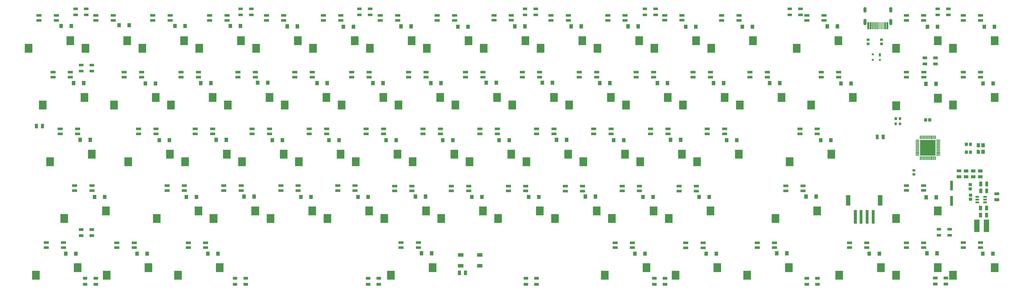
<source format=gbp>
G04 Layer: BottomPasteMaskLayer*
G04 EasyEDA v6.4.7, 2021-02-16T15:30:58+08:00*
G04 8c01864160504501bdac00437da3a378,c90e5f1b40cb41e8ad4f4329b629d2df,10*
G04 Gerber Generator version 0.2*
G04 Scale: 100 percent, Rotated: No, Reflected: No *
G04 Dimensions in millimeters *
G04 leading zeros omitted , absolute positions ,3 integer and 3 decimal *
%FSLAX33Y33*%
%MOMM*%
G90*
D02*

%ADD12C,0.299999*%
%ADD30C,0.999998*%
%ADD52R,1.799996X0.819988*%

%LPD*%
G54D30*
G01X292540Y93026D02*
G01X292540Y93826D01*
G01X292540Y88726D02*
G01X292540Y89826D01*
G01X283899Y88726D02*
G01X283899Y89826D01*
G01X283899Y93026D02*
G01X283899Y93826D01*
G54D12*
G01X302483Y50123D02*
G01X302483Y51123D01*
G01X302982Y50123D02*
G01X302982Y51123D01*
G01X303483Y50123D02*
G01X303483Y51123D01*
G01X303982Y50123D02*
G01X303982Y51123D01*
G01X304483Y50123D02*
G01X304483Y51123D01*
G01X304982Y50123D02*
G01X304982Y51123D01*
G01X305483Y50123D02*
G01X305483Y51123D01*
G01X305982Y50123D02*
G01X305982Y51123D01*
G01X306483Y50123D02*
G01X306483Y51123D01*
G01X306982Y50123D02*
G01X306982Y51123D01*
G01X307483Y50123D02*
G01X307483Y51123D01*
G01X307983Y49623D02*
G01X308983Y49623D01*
G01X307983Y49123D02*
G01X308983Y49123D01*
G01X307983Y48623D02*
G01X308983Y48623D01*
G01X307983Y48123D02*
G01X308983Y48123D01*
G01X307983Y47623D02*
G01X308983Y47623D01*
G01X307983Y47123D02*
G01X308983Y47123D01*
G01X307983Y46623D02*
G01X308983Y46623D01*
G01X307983Y46123D02*
G01X308983Y46123D01*
G01X307983Y45623D02*
G01X308983Y45623D01*
G01X307983Y45123D02*
G01X308983Y45123D01*
G01X307983Y44623D02*
G01X308983Y44623D01*
G01X307483Y43123D02*
G01X307483Y44123D01*
G01X306982Y43123D02*
G01X306982Y44123D01*
G01X306483Y43123D02*
G01X306483Y44123D01*
G01X305982Y43123D02*
G01X305982Y44123D01*
G01X305483Y43123D02*
G01X305483Y44123D01*
G01X304982Y43123D02*
G01X304982Y44123D01*
G01X304483Y43123D02*
G01X304483Y44123D01*
G01X303982Y43123D02*
G01X303982Y44123D01*
G01X303483Y43123D02*
G01X303483Y44123D01*
G01X302982Y43123D02*
G01X302982Y44123D01*
G01X302483Y43123D02*
G01X302483Y44123D01*
G01X300983Y44623D02*
G01X301983Y44623D01*
G01X300983Y45123D02*
G01X301983Y45123D01*
G01X300983Y45623D02*
G01X301983Y45623D01*
G01X300983Y46123D02*
G01X301983Y46123D01*
G01X300983Y46623D02*
G01X301983Y46623D01*
G01X300983Y47123D02*
G01X301983Y47123D01*
G01X300983Y47623D02*
G01X301983Y47623D01*
G01X300983Y48123D02*
G01X301983Y48123D01*
G01X300983Y48623D02*
G01X301983Y48623D01*
G01X300983Y49123D02*
G01X301983Y49123D01*
G01X300983Y49623D02*
G01X301983Y49623D01*
G36*
G01X313384Y32794D02*
G01X312474Y32794D01*
G01X312474Y36054D01*
G01X313384Y36054D01*
G01X313384Y32794D01*
G37*
G36*
G01X313384Y30914D02*
G01X312474Y30914D01*
G01X312474Y27654D01*
G01X313384Y27654D01*
G01X313384Y30914D01*
G37*
G36*
G01X328854Y31155D02*
G01X328854Y32155D01*
G01X327304Y32155D01*
G01X327304Y31155D01*
G01X328854Y31155D01*
G37*
G36*
G01X328854Y29155D02*
G01X328854Y30155D01*
G01X327304Y30155D01*
G01X327304Y29155D01*
G01X328854Y29155D01*
G37*
G36*
G01X290529Y51529D02*
G01X289529Y51529D01*
G01X289529Y49979D01*
G01X290529Y49979D01*
G01X290529Y51529D01*
G37*
G36*
G01X288529Y51529D02*
G01X287529Y51529D01*
G01X287529Y49979D01*
G01X288529Y49979D01*
G01X288529Y51529D01*
G37*
G36*
G01X74087Y91284D02*
G01X75587Y91284D01*
G01X75587Y92185D01*
G01X74087Y92185D01*
G01X74087Y91284D01*
G37*
G36*
G01X77665Y91284D02*
G01X79166Y91284D01*
G01X79166Y92185D01*
G01X77665Y92185D01*
G01X77665Y91284D01*
G37*
G36*
G01X77665Y93316D02*
G01X79166Y93316D01*
G01X79166Y94217D01*
G01X77665Y94217D01*
G01X77665Y93316D01*
G37*
G36*
G01X74087Y93316D02*
G01X75587Y93316D01*
G01X75587Y94217D01*
G01X74087Y94217D01*
G01X74087Y93316D01*
G37*
G36*
G01X113879Y91284D02*
G01X115379Y91284D01*
G01X115379Y92185D01*
G01X113879Y92185D01*
G01X113879Y91284D01*
G37*
G36*
G01X117457Y91284D02*
G01X118957Y91284D01*
G01X118957Y92185D01*
G01X117457Y92185D01*
G01X117457Y91284D01*
G37*
G36*
G01X117457Y93316D02*
G01X118957Y93316D01*
G01X118957Y94217D01*
G01X117457Y94217D01*
G01X117457Y93316D01*
G37*
G36*
G01X113879Y93316D02*
G01X115379Y93316D01*
G01X115379Y94217D01*
G01X113879Y94217D01*
G01X113879Y93316D01*
G37*
G36*
G01X169329Y91284D02*
G01X170829Y91284D01*
G01X170829Y92185D01*
G01X169329Y92185D01*
G01X169329Y91284D01*
G37*
G36*
G01X172907Y91284D02*
G01X174407Y91284D01*
G01X174407Y92185D01*
G01X172907Y92185D01*
G01X172907Y91284D01*
G37*
G36*
G01X172907Y93316D02*
G01X174407Y93316D01*
G01X174407Y94217D01*
G01X172907Y94217D01*
G01X172907Y93316D01*
G37*
G36*
G01X169329Y93316D02*
G01X170829Y93316D01*
G01X170829Y94217D01*
G01X169329Y94217D01*
G01X169329Y93316D01*
G37*
G36*
G01X209469Y91284D02*
G01X210969Y91284D01*
G01X210969Y92185D01*
G01X209469Y92185D01*
G01X209469Y91284D01*
G37*
G36*
G01X213047Y91284D02*
G01X214548Y91284D01*
G01X214548Y92185D01*
G01X213047Y92185D01*
G01X213047Y91284D01*
G37*
G36*
G01X213047Y93316D02*
G01X214548Y93316D01*
G01X214548Y94217D01*
G01X213047Y94217D01*
G01X213047Y93316D01*
G37*
G36*
G01X209469Y93316D02*
G01X210969Y93316D01*
G01X210969Y94217D01*
G01X209469Y94217D01*
G01X209469Y93316D01*
G37*
G36*
G01X257983Y91284D02*
G01X259483Y91284D01*
G01X259483Y92185D01*
G01X257983Y92185D01*
G01X257983Y91284D01*
G37*
G36*
G01X261561Y91284D02*
G01X263062Y91284D01*
G01X263062Y92185D01*
G01X261561Y92185D01*
G01X261561Y91284D01*
G37*
G36*
G01X261561Y93316D02*
G01X263062Y93316D01*
G01X263062Y94217D01*
G01X261561Y94217D01*
G01X261561Y93316D01*
G37*
G36*
G01X257983Y93316D02*
G01X259483Y93316D01*
G01X259483Y94217D01*
G01X257983Y94217D01*
G01X257983Y93316D01*
G37*
G36*
G01X307513Y91284D02*
G01X309013Y91284D01*
G01X309013Y92185D01*
G01X307513Y92185D01*
G01X307513Y91284D01*
G37*
G36*
G01X311091Y91284D02*
G01X312592Y91284D01*
G01X312592Y92185D01*
G01X311091Y92185D01*
G01X311091Y91284D01*
G37*
G36*
G01X311091Y93316D02*
G01X312592Y93316D01*
G01X312592Y94217D01*
G01X311091Y94217D01*
G01X311091Y93316D01*
G37*
G36*
G01X307513Y93316D02*
G01X309013Y93316D01*
G01X309013Y94217D01*
G01X307513Y94217D01*
G01X307513Y93316D01*
G37*
G36*
G01X303229Y74834D02*
G01X304729Y74834D01*
G01X304729Y75734D01*
G01X303229Y75734D01*
G01X303229Y74834D01*
G37*
G36*
G01X306807Y74834D02*
G01X308307Y74834D01*
G01X308307Y75734D01*
G01X306807Y75734D01*
G01X306807Y74834D01*
G37*
G36*
G01X306807Y76866D02*
G01X308307Y76866D01*
G01X308307Y77766D01*
G01X306807Y77766D01*
G01X306807Y76866D01*
G37*
G36*
G01X303229Y76866D02*
G01X304729Y76866D01*
G01X304729Y77766D01*
G01X303229Y77766D01*
G01X303229Y76866D01*
G37*
G36*
G01X307929Y17284D02*
G01X309429Y17284D01*
G01X309429Y18184D01*
G01X307929Y18184D01*
G01X307929Y17284D01*
G37*
G36*
G01X311507Y17284D02*
G01X313007Y17284D01*
G01X313007Y18184D01*
G01X311507Y18184D01*
G01X311507Y17284D01*
G37*
G36*
G01X311507Y19316D02*
G01X313007Y19316D01*
G01X313007Y20216D01*
G01X311507Y20216D01*
G01X311507Y19316D01*
G37*
G36*
G01X307929Y19316D02*
G01X309429Y19316D01*
G01X309429Y20216D01*
G01X307929Y20216D01*
G01X307929Y19316D01*
G37*
G36*
G01X306679Y884D02*
G01X308179Y884D01*
G01X308179Y1784D01*
G01X306679Y1784D01*
G01X306679Y884D01*
G37*
G36*
G01X310257Y884D02*
G01X311757Y884D01*
G01X311757Y1784D01*
G01X310257Y1784D01*
G01X310257Y884D01*
G37*
G36*
G01X310257Y2916D02*
G01X311757Y2916D01*
G01X311757Y3816D01*
G01X310257Y3816D01*
G01X310257Y2916D01*
G37*
G36*
G01X306679Y2916D02*
G01X308179Y2916D01*
G01X308179Y3816D01*
G01X306679Y3816D01*
G01X306679Y2916D01*
G37*
G36*
G01X263698Y834D02*
G01X265198Y834D01*
G01X265198Y1734D01*
G01X263698Y1734D01*
G01X263698Y834D01*
G37*
G36*
G01X267276Y834D02*
G01X268777Y834D01*
G01X268777Y1734D01*
G01X267276Y1734D01*
G01X267276Y834D01*
G37*
G36*
G01X267276Y2866D02*
G01X268777Y2866D01*
G01X268777Y3766D01*
G01X267276Y3766D01*
G01X267276Y2866D01*
G37*
G36*
G01X263698Y2866D02*
G01X265198Y2866D01*
G01X265198Y3766D01*
G01X263698Y3766D01*
G01X263698Y2866D01*
G37*
G36*
G01X212629Y834D02*
G01X214129Y834D01*
G01X214129Y1734D01*
G01X212629Y1734D01*
G01X212629Y834D01*
G37*
G36*
G01X216207Y834D02*
G01X217707Y834D01*
G01X217707Y1734D01*
G01X216207Y1734D01*
G01X216207Y834D01*
G37*
G36*
G01X216207Y2866D02*
G01X217707Y2866D01*
G01X217707Y3766D01*
G01X216207Y3766D01*
G01X216207Y2866D01*
G37*
G36*
G01X212629Y2866D02*
G01X214129Y2866D01*
G01X214129Y3766D01*
G01X212629Y3766D01*
G01X212629Y2866D01*
G37*
G36*
G01X169629Y834D02*
G01X171129Y834D01*
G01X171129Y1734D01*
G01X169629Y1734D01*
G01X169629Y834D01*
G37*
G36*
G01X173207Y834D02*
G01X174707Y834D01*
G01X174707Y1734D01*
G01X173207Y1734D01*
G01X173207Y834D01*
G37*
G36*
G01X173207Y2866D02*
G01X174707Y2866D01*
G01X174707Y3766D01*
G01X173207Y3766D01*
G01X173207Y2866D01*
G37*
G36*
G01X169629Y2866D02*
G01X171129Y2866D01*
G01X171129Y3766D01*
G01X169629Y3766D01*
G01X169629Y2866D01*
G37*
G36*
G01X116779Y834D02*
G01X118279Y834D01*
G01X118279Y1734D01*
G01X116779Y1734D01*
G01X116779Y834D01*
G37*
G36*
G01X120357Y834D02*
G01X121857Y834D01*
G01X121857Y1734D01*
G01X120357Y1734D01*
G01X120357Y834D01*
G37*
G36*
G01X120357Y2866D02*
G01X121857Y2866D01*
G01X121857Y3766D01*
G01X120357Y3766D01*
G01X120357Y2866D01*
G37*
G36*
G01X116779Y2866D02*
G01X118279Y2866D01*
G01X118279Y3766D01*
G01X116779Y3766D01*
G01X116779Y2866D01*
G37*
G36*
G01X72229Y834D02*
G01X73729Y834D01*
G01X73729Y1734D01*
G01X72229Y1734D01*
G01X72229Y834D01*
G37*
G36*
G01X75807Y834D02*
G01X77307Y834D01*
G01X77307Y1734D01*
G01X75807Y1734D01*
G01X75807Y834D01*
G37*
G36*
G01X75807Y2866D02*
G01X77307Y2866D01*
G01X77307Y3766D01*
G01X75807Y3766D01*
G01X75807Y2866D01*
G37*
G36*
G01X72229Y2866D02*
G01X73729Y2866D01*
G01X73729Y3766D01*
G01X72229Y3766D01*
G01X72229Y2866D01*
G37*
G36*
G01X22017Y834D02*
G01X23517Y834D01*
G01X23517Y1734D01*
G01X22017Y1734D01*
G01X22017Y834D01*
G37*
G36*
G01X25595Y834D02*
G01X27096Y834D01*
G01X27096Y1734D01*
G01X25595Y1734D01*
G01X25595Y834D01*
G37*
G36*
G01X25595Y2866D02*
G01X27096Y2866D01*
G01X27096Y3766D01*
G01X25595Y3766D01*
G01X25595Y2866D01*
G37*
G36*
G01X22017Y2866D02*
G01X23517Y2866D01*
G01X23517Y3766D01*
G01X22017Y3766D01*
G01X22017Y2866D01*
G37*
G36*
G01X20679Y17134D02*
G01X22179Y17134D01*
G01X22179Y18034D01*
G01X20679Y18034D01*
G01X20679Y17134D01*
G37*
G36*
G01X24257Y17134D02*
G01X25758Y17134D01*
G01X25758Y18034D01*
G01X24257Y18034D01*
G01X24257Y17134D01*
G37*
G36*
G01X24257Y19166D02*
G01X25758Y19166D01*
G01X25758Y20066D01*
G01X24257Y20066D01*
G01X24257Y19166D01*
G37*
G36*
G01X20679Y19166D02*
G01X22179Y19166D01*
G01X22179Y20066D01*
G01X20679Y20066D01*
G01X20679Y19166D01*
G37*
G36*
G01X20679Y72384D02*
G01X22179Y72384D01*
G01X22179Y73284D01*
G01X20679Y73284D01*
G01X20679Y72384D01*
G37*
G36*
G01X24257Y72384D02*
G01X25757Y72384D01*
G01X25757Y73284D01*
G01X24257Y73284D01*
G01X24257Y72384D01*
G37*
G36*
G01X24257Y74416D02*
G01X25757Y74416D01*
G01X25757Y75316D01*
G01X24257Y75316D01*
G01X24257Y74416D01*
G37*
G36*
G01X20679Y74416D02*
G01X22179Y74416D01*
G01X22179Y75316D01*
G01X20679Y75316D01*
G01X20679Y74416D01*
G37*
G36*
G01X18829Y91284D02*
G01X20329Y91284D01*
G01X20329Y92185D01*
G01X18829Y92185D01*
G01X18829Y91284D01*
G37*
G36*
G01X22407Y91284D02*
G01X23907Y91284D01*
G01X23907Y92185D01*
G01X22407Y92185D01*
G01X22407Y91284D01*
G37*
G36*
G01X22407Y93316D02*
G01X23907Y93316D01*
G01X23907Y94217D01*
G01X22407Y94217D01*
G01X22407Y93316D01*
G37*
G36*
G01X18829Y93316D02*
G01X20329Y93316D01*
G01X20329Y94217D01*
G01X18829Y94217D01*
G01X18829Y93316D01*
G37*
G36*
G01X324054Y47267D02*
G01X324054Y48667D01*
G01X322904Y48667D01*
G01X322904Y47267D01*
G01X324054Y47267D01*
G37*
G36*
G01X322454Y45067D02*
G01X322454Y46105D01*
G01X322075Y46467D01*
G01X321304Y46467D01*
G01X321304Y45067D01*
G01X322454Y45067D01*
G37*
G36*
G01X324054Y45067D02*
G01X324054Y46467D01*
G01X322904Y46467D01*
G01X322904Y45067D01*
G01X324054Y45067D01*
G37*
G36*
G01X322454Y47267D02*
G01X322454Y48667D01*
G01X321304Y48667D01*
G01X321304Y47267D01*
G01X322454Y47267D01*
G37*
G36*
G01X322180Y34180D02*
G01X323180Y34180D01*
G01X323180Y35730D01*
G01X322180Y35730D01*
G01X322180Y34180D01*
G37*
G36*
G01X324180Y34180D02*
G01X325180Y34180D01*
G01X325180Y35730D01*
G01X324180Y35730D01*
G01X324180Y34180D01*
G37*
G36*
G01X322180Y31830D02*
G01X323180Y31830D01*
G01X323180Y33380D01*
G01X322180Y33380D01*
G01X322180Y31830D01*
G37*
G36*
G01X324180Y31830D02*
G01X325180Y31830D01*
G01X325180Y33380D01*
G01X324180Y33380D01*
G01X324180Y31830D01*
G37*
G36*
G01X288579Y78854D02*
G01X288579Y77754D01*
G01X289279Y77754D01*
G01X289279Y78854D01*
G01X288579Y78854D01*
G37*
G36*
G01X288579Y76904D02*
G01X288579Y76304D01*
G01X289279Y76304D01*
G01X289279Y76904D01*
G01X288579Y76904D01*
G37*
G36*
G01X286179Y76904D02*
G01X286179Y76304D01*
G01X286879Y76304D01*
G01X286879Y76904D01*
G01X286179Y76904D01*
G37*
G36*
G01X286179Y78804D02*
G01X286179Y78204D01*
G01X286879Y78204D01*
G01X286879Y78804D01*
G01X286179Y78804D01*
G37*
G36*
G01X284719Y86926D02*
G01X285319Y86926D01*
G01X285319Y89276D01*
G01X284719Y89276D01*
G01X284719Y86926D01*
G37*
G36*
G01X285519Y86926D02*
G01X286119Y86926D01*
G01X286119Y89276D01*
G01X285519Y89276D01*
G01X285519Y86926D01*
G37*
G36*
G01X291119Y86926D02*
G01X291719Y86926D01*
G01X291719Y89276D01*
G01X291119Y89276D01*
G01X291119Y86926D01*
G37*
G36*
G01X290320Y86926D02*
G01X290920Y86926D01*
G01X290920Y89276D01*
G01X290320Y89276D01*
G01X290320Y86926D01*
G37*
G36*
G01X289820Y86926D02*
G01X290120Y86926D01*
G01X290120Y89276D01*
G01X289820Y89276D01*
G01X289820Y86926D01*
G37*
G36*
G01X289319Y86926D02*
G01X289619Y86926D01*
G01X289619Y89276D01*
G01X289319Y89276D01*
G01X289319Y86926D01*
G37*
G36*
G01X288820Y86926D02*
G01X289120Y86926D01*
G01X289120Y89276D01*
G01X288820Y89276D01*
G01X288820Y86926D01*
G37*
G36*
G01X288319Y86926D02*
G01X288619Y86926D01*
G01X288619Y89276D01*
G01X288319Y89276D01*
G01X288319Y86926D01*
G37*
G36*
G01X287820Y86926D02*
G01X288120Y86926D01*
G01X288120Y89276D01*
G01X287820Y89276D01*
G01X287820Y86926D01*
G37*
G36*
G01X287319Y86926D02*
G01X287619Y86926D01*
G01X287619Y89276D01*
G01X287319Y89276D01*
G01X287319Y86926D01*
G37*
G36*
G01X286820Y86926D02*
G01X287120Y86926D01*
G01X287120Y89276D01*
G01X286820Y89276D01*
G01X286820Y86926D01*
G37*
G36*
G01X286319Y86926D02*
G01X286619Y86926D01*
G01X286619Y89276D01*
G01X286319Y89276D01*
G01X286319Y86926D01*
G37*
G36*
G01X289029Y82404D02*
G01X289029Y81604D01*
G01X289929Y81604D01*
G01X289929Y82404D01*
G01X289029Y82404D01*
G37*
G36*
G01X289029Y83804D02*
G01X289029Y83004D01*
G01X289929Y83004D01*
G01X289929Y83804D01*
G01X289029Y83804D01*
G37*
G36*
G01X285429Y83004D02*
G01X285429Y83804D01*
G01X284529Y83804D01*
G01X284529Y83004D01*
G01X285429Y83004D01*
G37*
G36*
G01X285429Y81604D02*
G01X285429Y82404D01*
G01X284529Y82404D01*
G01X284529Y81604D01*
G01X285429Y81604D01*
G37*
G36*
G01X154029Y6854D02*
G01X155829Y6854D01*
G01X155829Y8054D01*
G01X154029Y8054D01*
G01X154029Y6854D01*
G37*
G36*
G01X154029Y10554D02*
G01X155829Y10554D01*
G01X155829Y11754D01*
G01X154029Y11754D01*
G01X154029Y10554D01*
G37*
G36*
G01X147629Y6854D02*
G01X149429Y6854D01*
G01X149429Y8054D01*
G01X147629Y8054D01*
G01X147629Y6854D01*
G37*
G36*
G01X147629Y10554D02*
G01X149429Y10554D01*
G01X149429Y11754D01*
G01X147629Y11754D01*
G01X147629Y10554D01*
G37*
G36*
G01X302382Y49723D02*
G01X302382Y44523D01*
G01X307582Y44523D01*
G01X307582Y49723D01*
G01X302382Y49723D01*
G37*
G36*
G01X299879Y38554D02*
G01X299879Y37754D01*
G01X300779Y37754D01*
G01X300779Y38554D01*
G01X299879Y38554D01*
G37*
G36*
G01X299879Y39954D02*
G01X299879Y39154D01*
G01X300779Y39154D01*
G01X300779Y39954D01*
G01X299879Y39954D01*
G37*
G36*
G01X322140Y28483D02*
G01X322140Y29047D01*
G01X320928Y29047D01*
G01X320928Y28483D01*
G01X322140Y28483D01*
G37*
G36*
G01X322140Y29423D02*
G01X322140Y29987D01*
G01X320928Y29987D01*
G01X320928Y29423D01*
G01X322140Y29423D01*
G37*
G36*
G01X322140Y30363D02*
G01X322140Y30926D01*
G01X320928Y30926D01*
G01X320928Y30363D01*
G01X322140Y30363D01*
G37*
G36*
G01X324731Y30363D02*
G01X324731Y30926D01*
G01X323519Y30926D01*
G01X323519Y30363D01*
G01X324731Y30363D01*
G37*
G36*
G01X324731Y28483D02*
G01X324731Y29047D01*
G01X323519Y29047D01*
G01X323519Y28483D01*
G01X324731Y28483D01*
G37*
G36*
G01X323519Y29987D02*
G01X323519Y29423D01*
G01X324731Y29423D01*
G01X324731Y29987D01*
G01X323519Y29987D01*
G37*
G36*
G01X295249Y56450D02*
G01X296049Y56450D01*
G01X296049Y57351D01*
G01X295249Y57351D01*
G01X295249Y56450D01*
G37*
G36*
G01X293849Y56450D02*
G01X294649Y56450D01*
G01X294649Y57351D01*
G01X293849Y57351D01*
G01X293849Y56450D01*
G37*
G36*
G01X295229Y54704D02*
G01X296029Y54704D01*
G01X296029Y55604D01*
G01X295229Y55604D01*
G01X295229Y54704D01*
G37*
G36*
G01X293829Y54704D02*
G01X294629Y54704D01*
G01X294629Y55604D01*
G01X293829Y55604D01*
G01X293829Y54704D01*
G37*
G36*
G01X319779Y29304D02*
G01X319779Y30304D01*
G01X318679Y30304D01*
G01X318679Y29304D01*
G01X319779Y29304D01*
G37*
G36*
G01X319779Y30704D02*
G01X319779Y31704D01*
G01X318679Y31704D01*
G01X318679Y30704D01*
G01X319779Y30704D01*
G37*
G36*
G01X317372Y45048D02*
G01X318372Y45048D01*
G01X318372Y46148D01*
G01X317372Y46148D01*
G01X317372Y45048D01*
G37*
G36*
G01X318772Y45048D02*
G01X319772Y45048D01*
G01X319772Y46148D01*
G01X318772Y46148D01*
G01X318772Y45048D01*
G37*
G36*
G01X317372Y47715D02*
G01X318372Y47715D01*
G01X318372Y48815D01*
G01X317372Y48815D01*
G01X317372Y47715D01*
G37*
G36*
G01X318772Y47715D02*
G01X319772Y47715D01*
G01X319772Y48815D01*
G01X318772Y48815D01*
G01X318772Y47715D01*
G37*
G36*
G01X7979Y53629D02*
G01X8979Y53629D01*
G01X8979Y55179D01*
G01X7979Y55179D01*
G01X7979Y53629D01*
G37*
G36*
G01X5979Y53629D02*
G01X6979Y53629D01*
G01X6979Y55179D01*
G01X5979Y55179D01*
G01X5979Y53629D01*
G37*
G36*
G01X149629Y4329D02*
G01X150629Y4329D01*
G01X150629Y5879D01*
G01X149629Y5879D01*
G01X149629Y4329D01*
G37*
G36*
G01X147629Y4329D02*
G01X148629Y4329D01*
G01X148629Y5879D01*
G01X147629Y5879D01*
G01X147629Y4329D01*
G37*
G36*
G01X325129Y25279D02*
G01X324129Y25279D01*
G01X324129Y23729D01*
G01X325129Y23729D01*
G01X325129Y25279D01*
G37*
G36*
G01X323129Y25279D02*
G01X322129Y25279D01*
G01X322129Y23729D01*
G01X323129Y23729D01*
G01X323129Y25279D01*
G37*
G36*
G01X325129Y27629D02*
G01X324129Y27629D01*
G01X324129Y26079D01*
G01X325129Y26079D01*
G01X325129Y27629D01*
G37*
G36*
G01X323129Y27629D02*
G01X322129Y27629D01*
G01X322129Y26079D01*
G01X323129Y26079D01*
G01X323129Y27629D01*
G37*
G36*
G01X323304Y36854D02*
G01X323304Y37854D01*
G01X321754Y37854D01*
G01X321754Y36854D01*
G01X323304Y36854D01*
G37*
G36*
G01X323304Y38854D02*
G01X323304Y39854D01*
G01X321754Y39854D01*
G01X321754Y38854D01*
G01X323304Y38854D01*
G37*
G36*
G01X320954Y36854D02*
G01X320954Y37854D01*
G01X319404Y37854D01*
G01X319404Y36854D01*
G01X320954Y36854D01*
G37*
G36*
G01X320954Y38854D02*
G01X320954Y39854D01*
G01X319404Y39854D01*
G01X319404Y38854D01*
G01X320954Y38854D01*
G37*
G36*
G01X318554Y36854D02*
G01X318554Y37854D01*
G01X317004Y37854D01*
G01X317004Y36854D01*
G01X318554Y36854D01*
G37*
G36*
G01X318554Y38854D02*
G01X318554Y39854D01*
G01X317004Y39854D01*
G01X317004Y38854D01*
G01X318554Y38854D01*
G37*
G36*
G01X316172Y36859D02*
G01X316172Y37859D01*
G01X314622Y37859D01*
G01X314622Y36859D01*
G01X316172Y36859D01*
G37*
G36*
G01X316172Y38859D02*
G01X316172Y39859D01*
G01X314622Y39859D01*
G01X314622Y38859D01*
G01X316172Y38859D01*
G37*
G36*
G01X319757Y32840D02*
G01X319757Y33840D01*
G01X318657Y33840D01*
G01X318657Y32840D01*
G01X319757Y32840D01*
G37*
G36*
G01X319757Y34240D02*
G01X319757Y35240D01*
G01X318657Y35240D01*
G01X318657Y34240D01*
G01X319757Y34240D01*
G37*
G36*
G01X15664Y10862D02*
G01X16863Y10862D01*
G01X16863Y12262D01*
G01X15664Y12262D01*
G01X15664Y10862D01*
G37*
G36*
G01X19063Y10862D02*
G01X20263Y10862D01*
G01X20263Y12262D01*
G01X19063Y12262D01*
G01X19063Y10862D01*
G37*
G36*
G01X39540Y10862D02*
G01X40739Y10862D01*
G01X40739Y12262D01*
G01X39540Y12262D01*
G01X39540Y10862D01*
G37*
G36*
G01X42939Y10862D02*
G01X44139Y10862D01*
G01X44139Y12262D01*
G01X42939Y12262D01*
G01X42939Y10862D01*
G37*
G36*
G01X63289Y10862D02*
G01X64488Y10862D01*
G01X64488Y12262D01*
G01X63289Y12262D01*
G01X63289Y10862D01*
G37*
G36*
G01X66688Y10862D02*
G01X67888Y10862D01*
G01X67888Y12262D01*
G01X66688Y12262D01*
G01X66688Y10862D01*
G37*
G36*
G01X134790Y10989D02*
G01X135989Y10989D01*
G01X135989Y12389D01*
G01X134790Y12389D01*
G01X134790Y10989D01*
G37*
G36*
G01X138189Y10989D02*
G01X139389Y10989D01*
G01X139389Y12389D01*
G01X138189Y12389D01*
G01X138189Y10989D01*
G37*
G36*
G01X206291Y10862D02*
G01X207490Y10862D01*
G01X207490Y12262D01*
G01X206291Y12262D01*
G01X206291Y10862D01*
G37*
G36*
G01X209690Y10862D02*
G01X210890Y10862D01*
G01X210890Y12262D01*
G01X209690Y12262D01*
G01X209690Y10862D01*
G37*
G36*
G01X230167Y10862D02*
G01X231366Y10862D01*
G01X231366Y12262D01*
G01X230167Y12262D01*
G01X230167Y10862D01*
G37*
G36*
G01X233566Y10862D02*
G01X234766Y10862D01*
G01X234766Y12262D01*
G01X233566Y12262D01*
G01X233566Y10862D01*
G37*
G36*
G01X253789Y10989D02*
G01X254988Y10989D01*
G01X254988Y12389D01*
G01X253789Y12389D01*
G01X253789Y10989D01*
G37*
G36*
G01X257188Y10989D02*
G01X258388Y10989D01*
G01X258388Y12389D01*
G01X257188Y12389D01*
G01X257188Y10989D01*
G37*
G36*
G01X284777Y10862D02*
G01X285976Y10862D01*
G01X285976Y12262D01*
G01X284777Y12262D01*
G01X284777Y10862D01*
G37*
G36*
G01X288176Y10862D02*
G01X289376Y10862D01*
G01X289376Y12262D01*
G01X288176Y12262D01*
G01X288176Y10862D01*
G37*
G36*
G01X304081Y10989D02*
G01X305280Y10989D01*
G01X305280Y12389D01*
G01X304081Y12389D01*
G01X304081Y10989D01*
G37*
G36*
G01X307480Y10989D02*
G01X308680Y10989D01*
G01X308680Y12389D01*
G01X307480Y12389D01*
G01X307480Y10989D01*
G37*
G36*
G01X322750Y10862D02*
G01X323949Y10862D01*
G01X323949Y12262D01*
G01X322750Y12262D01*
G01X322750Y10862D01*
G37*
G36*
G01X326149Y10862D02*
G01X327349Y10862D01*
G01X327349Y12262D01*
G01X326149Y12262D01*
G01X326149Y10862D01*
G37*
G36*
G01X25316Y29912D02*
G01X26515Y29912D01*
G01X26515Y31312D01*
G01X25316Y31312D01*
G01X25316Y29912D01*
G37*
G36*
G01X28715Y29912D02*
G01X29915Y29912D01*
G01X29915Y31312D01*
G01X28715Y31312D01*
G01X28715Y29912D01*
G37*
G36*
G01X56050Y29912D02*
G01X57249Y29912D01*
G01X57249Y31312D01*
G01X56050Y31312D01*
G01X56050Y29912D01*
G37*
G36*
G01X59449Y29912D02*
G01X60649Y29912D01*
G01X60649Y31312D01*
G01X59449Y31312D01*
G01X59449Y29912D01*
G37*
G36*
G01X75354Y30039D02*
G01X76553Y30039D01*
G01X76553Y31439D01*
G01X75354Y31439D01*
G01X75354Y30039D01*
G37*
G36*
G01X78753Y30039D02*
G01X79953Y30039D01*
G01X79953Y31439D01*
G01X78753Y31439D01*
G01X78753Y30039D01*
G37*
G36*
G01X94404Y29912D02*
G01X95603Y29912D01*
G01X95603Y31312D01*
G01X94404Y31312D01*
G01X94404Y29912D01*
G37*
G36*
G01X97803Y29912D02*
G01X99003Y29912D01*
G01X99003Y31312D01*
G01X97803Y31312D01*
G01X97803Y29912D01*
G37*
G36*
G01X113581Y29912D02*
G01X114780Y29912D01*
G01X114780Y31312D01*
G01X113581Y31312D01*
G01X113581Y29912D01*
G37*
G36*
G01X116980Y29912D02*
G01X118180Y29912D01*
G01X118180Y31312D01*
G01X116980Y31312D01*
G01X116980Y29912D01*
G37*
G36*
G01X132758Y30039D02*
G01X133957Y30039D01*
G01X133957Y31439D01*
G01X132758Y31439D01*
G01X132758Y30039D01*
G37*
G36*
G01X136157Y30039D02*
G01X137357Y30039D01*
G01X137357Y31439D01*
G01X136157Y31439D01*
G01X136157Y30039D01*
G37*
G36*
G01X151681Y29912D02*
G01X152880Y29912D01*
G01X152880Y31312D01*
G01X151681Y31312D01*
G01X151681Y29912D01*
G37*
G36*
G01X155080Y29912D02*
G01X156280Y29912D01*
G01X156280Y31312D01*
G01X155080Y31312D01*
G01X155080Y29912D01*
G37*
G36*
G01X170731Y29912D02*
G01X171930Y29912D01*
G01X171930Y31312D01*
G01X170731Y31312D01*
G01X170731Y29912D01*
G37*
G36*
G01X174130Y29912D02*
G01X175330Y29912D01*
G01X175330Y31312D01*
G01X174130Y31312D01*
G01X174130Y29912D01*
G37*
G36*
G01X189654Y30039D02*
G01X190853Y30039D01*
G01X190853Y31439D01*
G01X189654Y31439D01*
G01X189654Y30039D01*
G37*
G36*
G01X193053Y30039D02*
G01X194253Y30039D01*
G01X194253Y31439D01*
G01X193053Y31439D01*
G01X193053Y30039D01*
G37*
G36*
G01X208958Y29912D02*
G01X210157Y29912D01*
G01X210157Y31312D01*
G01X208958Y31312D01*
G01X208958Y29912D01*
G37*
G36*
G01X212357Y29912D02*
G01X213557Y29912D01*
G01X213557Y31312D01*
G01X212357Y31312D01*
G01X212357Y29912D01*
G37*
G36*
G01X227754Y29912D02*
G01X228953Y29912D01*
G01X228953Y31312D01*
G01X227754Y31312D01*
G01X227754Y29912D01*
G37*
G36*
G01X231153Y29912D02*
G01X232353Y29912D01*
G01X232353Y31312D01*
G01X231153Y31312D01*
G01X231153Y29912D01*
G37*
G36*
G01X263568Y30039D02*
G01X264767Y30039D01*
G01X264767Y31439D01*
G01X263568Y31439D01*
G01X263568Y30039D01*
G37*
G36*
G01X266967Y30039D02*
G01X268167Y30039D01*
G01X268167Y31439D01*
G01X266967Y31439D01*
G01X266967Y30039D01*
G37*
G36*
G01X303827Y29785D02*
G01X305026Y29785D01*
G01X305026Y31185D01*
G01X303827Y31185D01*
G01X303827Y29785D01*
G37*
G36*
G01X307226Y29785D02*
G01X308426Y29785D01*
G01X308426Y31185D01*
G01X307226Y31185D01*
G01X307226Y29785D01*
G37*
G36*
G01X322877Y68012D02*
G01X324076Y68012D01*
G01X324076Y69412D01*
G01X322877Y69412D01*
G01X322877Y68012D01*
G37*
G36*
G01X326276Y68012D02*
G01X327476Y68012D01*
G01X327476Y69412D01*
G01X326276Y69412D01*
G01X326276Y68012D01*
G37*
G36*
G01X303700Y67885D02*
G01X304899Y67885D01*
G01X304899Y69285D01*
G01X303700Y69285D01*
G01X303700Y67885D01*
G37*
G36*
G01X307099Y67885D02*
G01X308299Y67885D01*
G01X308299Y69285D01*
G01X307099Y69285D01*
G01X307099Y67885D01*
G37*
G36*
G01X268521Y48962D02*
G01X269720Y48962D01*
G01X269720Y50362D01*
G01X268521Y50362D01*
G01X268521Y48962D01*
G37*
G36*
G01X271920Y48962D02*
G01X273120Y48962D01*
G01X273120Y50362D01*
G01X271920Y50362D01*
G01X271920Y48962D01*
G37*
G36*
G01X237025Y48962D02*
G01X238224Y48962D01*
G01X238224Y50362D01*
G01X237025Y50362D01*
G01X237025Y48962D01*
G37*
G36*
G01X240424Y48962D02*
G01X241624Y48962D01*
G01X241624Y50362D01*
G01X240424Y50362D01*
G01X240424Y48962D01*
G37*
G36*
G01X218229Y49089D02*
G01X219428Y49089D01*
G01X219428Y50489D01*
G01X218229Y50489D01*
G01X218229Y49089D01*
G37*
G36*
G01X221628Y49089D02*
G01X222828Y49089D01*
G01X222828Y50489D01*
G01X221628Y50489D01*
G01X221628Y49089D01*
G37*
G36*
G01X199179Y48962D02*
G01X200378Y48962D01*
G01X200378Y50362D01*
G01X199179Y50362D01*
G01X199179Y48962D01*
G37*
G36*
G01X202578Y48962D02*
G01X203778Y48962D01*
G01X203778Y50362D01*
G01X202578Y50362D01*
G01X202578Y48962D01*
G37*
G36*
G01X180002Y49089D02*
G01X181201Y49089D01*
G01X181201Y50489D01*
G01X180002Y50489D01*
G01X180002Y49089D01*
G37*
G36*
G01X183401Y49089D02*
G01X184601Y49089D01*
G01X184601Y50489D01*
G01X183401Y50489D01*
G01X183401Y49089D01*
G37*
G36*
G01X160825Y48962D02*
G01X162024Y48962D01*
G01X162024Y50362D01*
G01X160825Y50362D01*
G01X160825Y48962D01*
G37*
G36*
G01X164224Y48962D02*
G01X165424Y48962D01*
G01X165424Y50362D01*
G01X164224Y50362D01*
G01X164224Y48962D01*
G37*
G36*
G01X141902Y48962D02*
G01X143101Y48962D01*
G01X143101Y50362D01*
G01X141902Y50362D01*
G01X141902Y48962D01*
G37*
G36*
G01X145301Y48962D02*
G01X146501Y48962D01*
G01X146501Y50362D01*
G01X145301Y50362D01*
G01X145301Y48962D01*
G37*
G36*
G01X122979Y48962D02*
G01X124178Y48962D01*
G01X124178Y50362D01*
G01X122979Y50362D01*
G01X122979Y48962D01*
G37*
G36*
G01X126378Y48962D02*
G01X127578Y48962D01*
G01X127578Y50362D01*
G01X126378Y50362D01*
G01X126378Y48962D01*
G37*
G36*
G01X103802Y48962D02*
G01X105001Y48962D01*
G01X105001Y50362D01*
G01X103802Y50362D01*
G01X103802Y48962D01*
G37*
G36*
G01X107201Y48962D02*
G01X108401Y48962D01*
G01X108401Y50362D01*
G01X107201Y50362D01*
G01X107201Y48962D01*
G37*
G36*
G01X84879Y48962D02*
G01X86078Y48962D01*
G01X86078Y50362D01*
G01X84879Y50362D01*
G01X84879Y48962D01*
G37*
G36*
G01X88278Y48962D02*
G01X89478Y48962D01*
G01X89478Y50362D01*
G01X88278Y50362D01*
G01X88278Y48962D01*
G37*
G36*
G01X66083Y49089D02*
G01X67282Y49089D01*
G01X67282Y50489D01*
G01X66083Y50489D01*
G01X66083Y49089D01*
G37*
G36*
G01X69482Y49089D02*
G01X70682Y49089D01*
G01X70682Y50489D01*
G01X69482Y50489D01*
G01X69482Y49089D01*
G37*
G36*
G01X47033Y48962D02*
G01X48232Y48962D01*
G01X48232Y50362D01*
G01X47033Y50362D01*
G01X47033Y48962D01*
G37*
G36*
G01X50432Y48962D02*
G01X51632Y48962D01*
G01X51632Y50362D01*
G01X50432Y50362D01*
G01X50432Y48962D01*
G37*
G36*
G01X20490Y49089D02*
G01X21689Y49089D01*
G01X21689Y50489D01*
G01X20490Y50489D01*
G01X20490Y49089D01*
G37*
G36*
G01X23889Y49089D02*
G01X25089Y49089D01*
G01X25089Y50489D01*
G01X23889Y50489D01*
G01X23889Y49089D01*
G37*
G36*
G01X18331Y68139D02*
G01X19530Y68139D01*
G01X19530Y69539D01*
G01X18331Y69539D01*
G01X18331Y68139D01*
G37*
G36*
G01X21730Y68139D02*
G01X22930Y68139D01*
G01X22930Y69539D01*
G01X21730Y69539D01*
G01X21730Y68139D01*
G37*
G36*
G01X42334Y68012D02*
G01X43533Y68012D01*
G01X43533Y69412D01*
G01X42334Y69412D01*
G01X42334Y68012D01*
G37*
G36*
G01X45733Y68012D02*
G01X46933Y68012D01*
G01X46933Y69412D01*
G01X45733Y69412D01*
G01X45733Y68012D01*
G37*
G36*
G01X60876Y68139D02*
G01X62075Y68139D01*
G01X62075Y69539D01*
G01X60876Y69539D01*
G01X60876Y68139D01*
G37*
G36*
G01X64275Y68139D02*
G01X65475Y68139D01*
G01X65475Y69539D01*
G01X64275Y69539D01*
G01X64275Y68139D01*
G37*
G36*
G01X79926Y68266D02*
G01X81125Y68266D01*
G01X81125Y69666D01*
G01X79926Y69666D01*
G01X79926Y68266D01*
G37*
G36*
G01X83325Y68266D02*
G01X84525Y68266D01*
G01X84525Y69666D01*
G01X83325Y69666D01*
G01X83325Y68266D01*
G37*
G36*
G01X99865Y68139D02*
G01X101064Y68139D01*
G01X101064Y69539D01*
G01X99865Y69539D01*
G01X99865Y68139D01*
G37*
G36*
G01X103264Y68139D02*
G01X104464Y68139D01*
G01X104464Y69539D01*
G01X103264Y69539D01*
G01X103264Y68139D01*
G37*
G36*
G01X118534Y68139D02*
G01X119733Y68139D01*
G01X119733Y69539D01*
G01X118534Y69539D01*
G01X118534Y68139D01*
G37*
G36*
G01X121933Y68139D02*
G01X123133Y68139D01*
G01X123133Y69539D01*
G01X121933Y69539D01*
G01X121933Y68139D01*
G37*
G36*
G01X137965Y68139D02*
G01X139164Y68139D01*
G01X139164Y69539D01*
G01X137965Y69539D01*
G01X137965Y68139D01*
G37*
G36*
G01X141364Y68139D02*
G01X142564Y68139D01*
G01X142564Y69539D01*
G01X141364Y69539D01*
G01X141364Y68139D01*
G37*
G36*
G01X156507Y68266D02*
G01X157706Y68266D01*
G01X157706Y69666D01*
G01X156507Y69666D01*
G01X156507Y68266D01*
G37*
G36*
G01X159906Y68266D02*
G01X161106Y68266D01*
G01X161106Y69666D01*
G01X159906Y69666D01*
G01X159906Y68266D01*
G37*
G36*
G01X175303Y68266D02*
G01X176502Y68266D01*
G01X176502Y69666D01*
G01X175303Y69666D01*
G01X175303Y68266D01*
G37*
G36*
G01X178702Y68266D02*
G01X179902Y68266D01*
G01X179902Y69666D01*
G01X178702Y69666D01*
G01X178702Y68266D01*
G37*
G36*
G01X194480Y68139D02*
G01X195679Y68139D01*
G01X195679Y69539D01*
G01X194480Y69539D01*
G01X194480Y68139D01*
G37*
G36*
G01X197879Y68139D02*
G01X199079Y68139D01*
G01X199079Y69539D01*
G01X197879Y69539D01*
G01X197879Y68139D01*
G37*
G36*
G01X213784Y68139D02*
G01X214983Y68139D01*
G01X214983Y69539D01*
G01X213784Y69539D01*
G01X213784Y68139D01*
G37*
G36*
G01X217183Y68139D02*
G01X218383Y68139D01*
G01X218383Y69539D01*
G01X217183Y69539D01*
G01X217183Y68139D01*
G37*
G36*
G01X232580Y68139D02*
G01X233779Y68139D01*
G01X233779Y69539D01*
G01X232580Y69539D01*
G01X232580Y68139D01*
G37*
G36*
G01X235979Y68139D02*
G01X237179Y68139D01*
G01X237179Y69539D01*
G01X235979Y69539D01*
G01X235979Y68139D01*
G37*
G36*
G01X251376Y68139D02*
G01X252575Y68139D01*
G01X252575Y69539D01*
G01X251376Y69539D01*
G01X251376Y68139D01*
G37*
G36*
G01X254775Y68139D02*
G01X255975Y68139D01*
G01X255975Y69539D01*
G01X254775Y69539D01*
G01X254775Y68139D01*
G37*
G36*
G01X275252Y68012D02*
G01X276451Y68012D01*
G01X276451Y69412D01*
G01X275252Y69412D01*
G01X275252Y68012D01*
G37*
G36*
G01X278651Y68012D02*
G01X279851Y68012D01*
G01X279851Y69412D01*
G01X278651Y69412D01*
G01X278651Y68012D01*
G37*
G36*
G01X323258Y87062D02*
G01X324457Y87062D01*
G01X324457Y88462D01*
G01X323258Y88462D01*
G01X323258Y87062D01*
G37*
G36*
G01X326657Y87062D02*
G01X327857Y87062D01*
G01X327857Y88462D01*
G01X326657Y88462D01*
G01X326657Y87062D01*
G37*
G36*
G01X14140Y87316D02*
G01X15339Y87316D01*
G01X15339Y88716D01*
G01X14140Y88716D01*
G01X14140Y87316D01*
G37*
G36*
G01X17539Y87316D02*
G01X18739Y87316D01*
G01X18739Y88716D01*
G01X17539Y88716D01*
G01X17539Y87316D01*
G37*
G36*
G01X33571Y87570D02*
G01X34770Y87570D01*
G01X34770Y88970D01*
G01X33571Y88970D01*
G01X33571Y87570D01*
G37*
G36*
G01X36970Y87570D02*
G01X38170Y87570D01*
G01X38170Y88970D01*
G01X36970Y88970D01*
G01X36970Y87570D01*
G37*
G36*
G01X52240Y87316D02*
G01X53439Y87316D01*
G01X53439Y88716D01*
G01X52240Y88716D01*
G01X52240Y87316D01*
G37*
G36*
G01X55639Y87316D02*
G01X56839Y87316D01*
G01X56839Y88716D01*
G01X55639Y88716D01*
G01X55639Y87316D01*
G37*
G36*
G01X70782Y87316D02*
G01X71981Y87316D01*
G01X71981Y88716D01*
G01X70782Y88716D01*
G01X70782Y87316D01*
G37*
G36*
G01X74181Y87316D02*
G01X75381Y87316D01*
G01X75381Y88716D01*
G01X74181Y88716D01*
G01X74181Y87316D01*
G37*
G36*
G01X89832Y87189D02*
G01X91031Y87189D01*
G01X91031Y88589D01*
G01X89832Y88589D01*
G01X89832Y87189D01*
G37*
G36*
G01X93231Y87189D02*
G01X94431Y87189D01*
G01X94431Y88589D01*
G01X93231Y88589D01*
G01X93231Y87189D01*
G37*
G36*
G01X108628Y87062D02*
G01X109827Y87062D01*
G01X109827Y88462D01*
G01X108628Y88462D01*
G01X108628Y87062D01*
G37*
G36*
G01X112027Y87062D02*
G01X113227Y87062D01*
G01X113227Y88462D01*
G01X112027Y88462D01*
G01X112027Y87062D01*
G37*
G36*
G01X127932Y87189D02*
G01X129131Y87189D01*
G01X129131Y88589D01*
G01X127932Y88589D01*
G01X127932Y87189D01*
G37*
G36*
G01X131331Y87189D02*
G01X132531Y87189D01*
G01X132531Y88589D01*
G01X131331Y88589D01*
G01X131331Y87189D01*
G37*
G36*
G01X146982Y87062D02*
G01X148181Y87062D01*
G01X148181Y88462D01*
G01X146982Y88462D01*
G01X146982Y87062D01*
G37*
G36*
G01X150381Y87062D02*
G01X151581Y87062D01*
G01X151581Y88462D01*
G01X150381Y88462D01*
G01X150381Y87062D01*
G37*
G36*
G01X166032Y87189D02*
G01X167231Y87189D01*
G01X167231Y88589D01*
G01X166032Y88589D01*
G01X166032Y87189D01*
G37*
G36*
G01X169431Y87189D02*
G01X170631Y87189D01*
G01X170631Y88589D01*
G01X169431Y88589D01*
G01X169431Y87189D01*
G37*
G36*
G01X184955Y87189D02*
G01X186154Y87189D01*
G01X186154Y88589D01*
G01X184955Y88589D01*
G01X184955Y87189D01*
G37*
G36*
G01X188354Y87189D02*
G01X189554Y87189D01*
G01X189554Y88589D01*
G01X188354Y88589D01*
G01X188354Y87189D01*
G37*
G36*
G01X204005Y87189D02*
G01X205204Y87189D01*
G01X205204Y88589D01*
G01X204005Y88589D01*
G01X204005Y87189D01*
G37*
G36*
G01X207404Y87189D02*
G01X208604Y87189D01*
G01X208604Y88589D01*
G01X207404Y88589D01*
G01X207404Y87189D01*
G37*
G36*
G01X223309Y87062D02*
G01X224508Y87062D01*
G01X224508Y88462D01*
G01X223309Y88462D01*
G01X223309Y87062D01*
G37*
G36*
G01X226708Y87062D02*
G01X227908Y87062D01*
G01X227908Y88462D01*
G01X226708Y88462D01*
G01X226708Y87062D01*
G37*
G36*
G01X242232Y87062D02*
G01X243431Y87062D01*
G01X243431Y88462D01*
G01X242232Y88462D01*
G01X242232Y87062D01*
G37*
G36*
G01X245631Y87062D02*
G01X246831Y87062D01*
G01X246831Y88462D01*
G01X245631Y88462D01*
G01X245631Y87062D01*
G37*
G36*
G01X270680Y87189D02*
G01X271879Y87189D01*
G01X271879Y88589D01*
G01X270680Y88589D01*
G01X270680Y87189D01*
G37*
G36*
G01X274079Y87189D02*
G01X275279Y87189D01*
G01X275279Y88589D01*
G01X274079Y88589D01*
G01X274079Y87189D01*
G37*
G36*
G01X304208Y87062D02*
G01X305407Y87062D01*
G01X305407Y88462D01*
G01X304208Y88462D01*
G01X304208Y87062D01*
G37*
G36*
G01X307607Y87062D02*
G01X308807Y87062D01*
G01X308807Y88462D01*
G01X307607Y88462D01*
G01X307607Y87062D01*
G37*
G36*
G01X306129Y57054D02*
G01X305129Y57054D01*
G01X305129Y55954D01*
G01X306129Y55954D01*
G01X306129Y57054D01*
G37*
G36*
G01X304729Y57054D02*
G01X303729Y57054D01*
G01X303729Y55954D01*
G01X304729Y55954D01*
G01X304729Y57054D01*
G37*
G36*
G01X325479Y18804D02*
G01X325479Y23004D01*
G01X323679Y23004D01*
G01X323679Y18804D01*
G01X325479Y18804D01*
G37*
G36*
G01X322279Y18804D02*
G01X322279Y23004D01*
G01X320479Y23004D01*
G01X320479Y18804D01*
G01X322279Y18804D01*
G37*
G36*
G01X289729Y31229D02*
G01X288229Y31229D01*
G01X288229Y27729D01*
G01X289729Y27729D01*
G01X289729Y31229D01*
G37*
G36*
G01X279029Y31229D02*
G01X277529Y31229D01*
G01X277529Y27729D01*
G01X279029Y27729D01*
G01X279029Y31229D01*
G37*
G36*
G01X287177Y26183D02*
G01X286177Y26183D01*
G01X286177Y21583D01*
G01X287177Y21583D01*
G01X287177Y26183D01*
G37*
G36*
G01X285145Y26183D02*
G01X284145Y26183D01*
G01X284145Y21583D01*
G01X285145Y21583D01*
G01X285145Y26183D01*
G37*
G36*
G01X283113Y26183D02*
G01X282113Y26183D01*
G01X282113Y21583D01*
G01X283113Y21583D01*
G01X283113Y26183D01*
G37*
G36*
G01X281208Y26183D02*
G01X280208Y26183D01*
G01X280208Y21583D01*
G01X281208Y21583D01*
G01X281208Y26183D01*
G37*
G36*
G01X207061Y84562D02*
G01X209612Y84562D01*
G01X209612Y81563D01*
G01X207061Y81563D01*
G01X207061Y84562D01*
G37*
G36*
G01X193091Y82022D02*
G01X195642Y82022D01*
G01X195642Y79023D01*
G01X193091Y79023D01*
G01X193091Y82022D01*
G37*
G36*
G01X35611Y84562D02*
G01X38162Y84562D01*
G01X38162Y81563D01*
G01X35611Y81563D01*
G01X35611Y84562D01*
G37*
G36*
G01X21641Y82022D02*
G01X24192Y82022D01*
G01X24192Y79023D01*
G01X21641Y79023D01*
G01X21641Y82022D01*
G37*
G36*
G01X54661Y84562D02*
G01X57212Y84562D01*
G01X57212Y81563D01*
G01X54661Y81563D01*
G01X54661Y84562D01*
G37*
G36*
G01X40691Y82022D02*
G01X43242Y82022D01*
G01X43242Y79023D01*
G01X40691Y79023D01*
G01X40691Y82022D01*
G37*
G36*
G01X73711Y84562D02*
G01X76262Y84562D01*
G01X76262Y81563D01*
G01X73711Y81563D01*
G01X73711Y84562D01*
G37*
G36*
G01X59741Y82022D02*
G01X62292Y82022D01*
G01X62292Y79023D01*
G01X59741Y79023D01*
G01X59741Y82022D01*
G37*
G36*
G01X92761Y84562D02*
G01X95312Y84562D01*
G01X95312Y81563D01*
G01X92761Y81563D01*
G01X92761Y84562D01*
G37*
G36*
G01X78791Y82022D02*
G01X81342Y82022D01*
G01X81342Y79023D01*
G01X78791Y79023D01*
G01X78791Y82022D01*
G37*
G36*
G01X111811Y84562D02*
G01X114362Y84562D01*
G01X114362Y81563D01*
G01X111811Y81563D01*
G01X111811Y84562D01*
G37*
G36*
G01X97841Y82022D02*
G01X100392Y82022D01*
G01X100392Y79023D01*
G01X97841Y79023D01*
G01X97841Y82022D01*
G37*
G36*
G01X130861Y84562D02*
G01X133412Y84562D01*
G01X133412Y81563D01*
G01X130861Y81563D01*
G01X130861Y84562D01*
G37*
G36*
G01X116891Y82022D02*
G01X119442Y82022D01*
G01X119442Y79023D01*
G01X116891Y79023D01*
G01X116891Y82022D01*
G37*
G36*
G01X149911Y84562D02*
G01X152462Y84562D01*
G01X152462Y81563D01*
G01X149911Y81563D01*
G01X149911Y84562D01*
G37*
G36*
G01X135941Y82022D02*
G01X138492Y82022D01*
G01X138492Y79023D01*
G01X135941Y79023D01*
G01X135941Y82022D01*
G37*
G36*
G01X168961Y84562D02*
G01X171512Y84562D01*
G01X171512Y81563D01*
G01X168961Y81563D01*
G01X168961Y84562D01*
G37*
G36*
G01X154991Y82022D02*
G01X157542Y82022D01*
G01X157542Y79023D01*
G01X154991Y79023D01*
G01X154991Y82022D01*
G37*
G36*
G01X188011Y84562D02*
G01X190562Y84562D01*
G01X190562Y81563D01*
G01X188011Y81563D01*
G01X188011Y84562D01*
G37*
G36*
G01X174041Y82022D02*
G01X176592Y82022D01*
G01X176592Y79023D01*
G01X174041Y79023D01*
G01X174041Y82022D01*
G37*
G36*
G01X16561Y84562D02*
G01X19112Y84562D01*
G01X19112Y81563D01*
G01X16561Y81563D01*
G01X16561Y84562D01*
G37*
G36*
G01X2591Y82022D02*
G01X5142Y82022D01*
G01X5142Y79023D01*
G01X2591Y79023D01*
G01X2591Y82022D01*
G37*
G36*
G01X226111Y84562D02*
G01X228662Y84562D01*
G01X228662Y81563D01*
G01X226111Y81563D01*
G01X226111Y84562D01*
G37*
G36*
G01X212141Y82022D02*
G01X214692Y82022D01*
G01X214692Y79023D01*
G01X212141Y79023D01*
G01X212141Y82022D01*
G37*
G36*
G01X245161Y84562D02*
G01X247712Y84562D01*
G01X247712Y81563D01*
G01X245161Y81563D01*
G01X245161Y84562D01*
G37*
G36*
G01X231191Y82022D02*
G01X233742Y82022D01*
G01X233742Y79023D01*
G01X231191Y79023D01*
G01X231191Y82022D01*
G37*
G36*
G01X307061Y84562D02*
G01X309611Y84562D01*
G01X309611Y81563D01*
G01X307061Y81563D01*
G01X307061Y84562D01*
G37*
G36*
G01X293091Y82022D02*
G01X295641Y82022D01*
G01X295641Y79023D01*
G01X293091Y79023D01*
G01X293091Y82022D01*
G37*
G36*
G01X45136Y65512D02*
G01X47687Y65512D01*
G01X47687Y62513D01*
G01X45136Y62513D01*
G01X45136Y65512D01*
G37*
G36*
G01X31166Y62972D02*
G01X33717Y62972D01*
G01X33717Y59973D01*
G01X31166Y59973D01*
G01X31166Y62972D01*
G37*
G36*
G01X64186Y65512D02*
G01X66737Y65512D01*
G01X66737Y62513D01*
G01X64186Y62513D01*
G01X64186Y65512D01*
G37*
G36*
G01X50216Y62972D02*
G01X52767Y62972D01*
G01X52767Y59973D01*
G01X50216Y59973D01*
G01X50216Y62972D01*
G37*
G36*
G01X83236Y65512D02*
G01X85787Y65512D01*
G01X85787Y62513D01*
G01X83236Y62513D01*
G01X83236Y65512D01*
G37*
G36*
G01X69266Y62972D02*
G01X71817Y62972D01*
G01X71817Y59973D01*
G01X69266Y59973D01*
G01X69266Y62972D01*
G37*
G36*
G01X102286Y65512D02*
G01X104837Y65512D01*
G01X104837Y62513D01*
G01X102286Y62513D01*
G01X102286Y65512D01*
G37*
G36*
G01X88316Y62972D02*
G01X90867Y62972D01*
G01X90867Y59973D01*
G01X88316Y59973D01*
G01X88316Y62972D01*
G37*
G36*
G01X121336Y65512D02*
G01X123887Y65512D01*
G01X123887Y62513D01*
G01X121336Y62513D01*
G01X121336Y65512D01*
G37*
G36*
G01X107366Y62972D02*
G01X109917Y62972D01*
G01X109917Y59973D01*
G01X107366Y59973D01*
G01X107366Y62972D01*
G37*
G36*
G01X140386Y65512D02*
G01X142937Y65512D01*
G01X142937Y62513D01*
G01X140386Y62513D01*
G01X140386Y65512D01*
G37*
G36*
G01X126416Y62972D02*
G01X128967Y62972D01*
G01X128967Y59973D01*
G01X126416Y59973D01*
G01X126416Y62972D01*
G37*
G36*
G01X159436Y65512D02*
G01X161987Y65512D01*
G01X161987Y62513D01*
G01X159436Y62513D01*
G01X159436Y65512D01*
G37*
G36*
G01X145466Y62972D02*
G01X148017Y62972D01*
G01X148017Y59973D01*
G01X145466Y59973D01*
G01X145466Y62972D01*
G37*
G36*
G01X178486Y65512D02*
G01X181037Y65512D01*
G01X181037Y62513D01*
G01X178486Y62513D01*
G01X178486Y65512D01*
G37*
G36*
G01X164516Y62972D02*
G01X167067Y62972D01*
G01X167067Y59973D01*
G01X164516Y59973D01*
G01X164516Y62972D01*
G37*
G36*
G01X197536Y65512D02*
G01X200087Y65512D01*
G01X200087Y62513D01*
G01X197536Y62513D01*
G01X197536Y65512D01*
G37*
G36*
G01X183566Y62972D02*
G01X186117Y62972D01*
G01X186117Y59973D01*
G01X183566Y59973D01*
G01X183566Y62972D01*
G37*
G36*
G01X216586Y65512D02*
G01X219137Y65512D01*
G01X219137Y62513D01*
G01X216586Y62513D01*
G01X216586Y65512D01*
G37*
G36*
G01X202616Y62972D02*
G01X205167Y62972D01*
G01X205167Y59973D01*
G01X202616Y59973D01*
G01X202616Y62972D01*
G37*
G36*
G01X235636Y65512D02*
G01X238187Y65512D01*
G01X238187Y62513D01*
G01X235636Y62513D01*
G01X235636Y65512D01*
G37*
G36*
G01X221666Y62972D02*
G01X224217Y62972D01*
G01X224217Y59973D01*
G01X221666Y59973D01*
G01X221666Y62972D01*
G37*
G36*
G01X254686Y65512D02*
G01X257237Y65512D01*
G01X257237Y62513D01*
G01X254686Y62513D01*
G01X254686Y65512D01*
G37*
G36*
G01X240716Y62972D02*
G01X243267Y62972D01*
G01X243267Y59973D01*
G01X240716Y59973D01*
G01X240716Y62972D01*
G37*
G36*
G01X326111Y84562D02*
G01X328661Y84562D01*
G01X328661Y81563D01*
G01X326111Y81563D01*
G01X326111Y84562D01*
G37*
G36*
G01X312141Y82022D02*
G01X314691Y82022D01*
G01X314691Y79023D01*
G01X312141Y79023D01*
G01X312141Y82022D01*
G37*
G36*
G01X49912Y46462D02*
G01X52462Y46462D01*
G01X52462Y43463D01*
G01X49912Y43463D01*
G01X49912Y46462D01*
G37*
G36*
G01X35942Y43922D02*
G01X38492Y43922D01*
G01X38492Y40923D01*
G01X35942Y40923D01*
G01X35942Y43922D01*
G37*
G36*
G01X68962Y46462D02*
G01X71512Y46462D01*
G01X71512Y43463D01*
G01X68962Y43463D01*
G01X68962Y46462D01*
G37*
G36*
G01X54992Y43922D02*
G01X57542Y43922D01*
G01X57542Y40923D01*
G01X54992Y40923D01*
G01X54992Y43922D01*
G37*
G36*
G01X88012Y46462D02*
G01X90562Y46462D01*
G01X90562Y43463D01*
G01X88012Y43463D01*
G01X88012Y46462D01*
G37*
G36*
G01X74042Y43922D02*
G01X76592Y43922D01*
G01X76592Y40923D01*
G01X74042Y40923D01*
G01X74042Y43922D01*
G37*
G36*
G01X107062Y46462D02*
G01X109612Y46462D01*
G01X109612Y43463D01*
G01X107062Y43463D01*
G01X107062Y46462D01*
G37*
G36*
G01X93092Y43922D02*
G01X95642Y43922D01*
G01X95642Y40923D01*
G01X93092Y40923D01*
G01X93092Y43922D01*
G37*
G36*
G01X126112Y46462D02*
G01X128662Y46462D01*
G01X128662Y43463D01*
G01X126112Y43463D01*
G01X126112Y46462D01*
G37*
G36*
G01X112142Y43922D02*
G01X114692Y43922D01*
G01X114692Y40923D01*
G01X112142Y40923D01*
G01X112142Y43922D01*
G37*
G36*
G01X145162Y46462D02*
G01X147712Y46462D01*
G01X147712Y43463D01*
G01X145162Y43463D01*
G01X145162Y46462D01*
G37*
G36*
G01X131192Y43922D02*
G01X133742Y43922D01*
G01X133742Y40923D01*
G01X131192Y40923D01*
G01X131192Y43922D01*
G37*
G36*
G01X164212Y46462D02*
G01X166762Y46462D01*
G01X166762Y43463D01*
G01X164212Y43463D01*
G01X164212Y46462D01*
G37*
G36*
G01X150242Y43922D02*
G01X152792Y43922D01*
G01X152792Y40923D01*
G01X150242Y40923D01*
G01X150242Y43922D01*
G37*
G36*
G01X183262Y46462D02*
G01X185812Y46462D01*
G01X185812Y43463D01*
G01X183262Y43463D01*
G01X183262Y46462D01*
G37*
G36*
G01X169292Y43922D02*
G01X171842Y43922D01*
G01X171842Y40923D01*
G01X169292Y40923D01*
G01X169292Y43922D01*
G37*
G36*
G01X202312Y46462D02*
G01X204862Y46462D01*
G01X204862Y43463D01*
G01X202312Y43463D01*
G01X202312Y46462D01*
G37*
G36*
G01X188342Y43922D02*
G01X190892Y43922D01*
G01X190892Y40923D01*
G01X188342Y40923D01*
G01X188342Y43922D01*
G37*
G36*
G01X221362Y46462D02*
G01X223912Y46462D01*
G01X223912Y43463D01*
G01X221362Y43463D01*
G01X221362Y46462D01*
G37*
G36*
G01X207392Y43922D02*
G01X209942Y43922D01*
G01X209942Y40923D01*
G01X207392Y40923D01*
G01X207392Y43922D01*
G37*
G36*
G01X240412Y46462D02*
G01X242962Y46462D01*
G01X242962Y43463D01*
G01X240412Y43463D01*
G01X240412Y46462D01*
G37*
G36*
G01X226442Y43922D02*
G01X228992Y43922D01*
G01X228992Y40923D01*
G01X226442Y40923D01*
G01X226442Y43922D01*
G37*
G36*
G01X59487Y27412D02*
G01X62038Y27412D01*
G01X62038Y24413D01*
G01X59487Y24413D01*
G01X59487Y27412D01*
G37*
G36*
G01X45517Y24872D02*
G01X48068Y24872D01*
G01X48068Y21873D01*
G01X45517Y21873D01*
G01X45517Y24872D01*
G37*
G36*
G01X78474Y27414D02*
G01X81024Y27414D01*
G01X81024Y24415D01*
G01X78474Y24415D01*
G01X78474Y27414D01*
G37*
G36*
G01X64504Y24874D02*
G01X67054Y24874D01*
G01X67054Y21875D01*
G01X64504Y21875D01*
G01X64504Y24874D01*
G37*
G36*
G01X97587Y27412D02*
G01X100138Y27412D01*
G01X100138Y24413D01*
G01X97587Y24413D01*
G01X97587Y27412D01*
G37*
G36*
G01X83617Y24872D02*
G01X86168Y24872D01*
G01X86168Y21873D01*
G01X83617Y21873D01*
G01X83617Y24872D01*
G37*
G36*
G01X116637Y27412D02*
G01X119188Y27412D01*
G01X119188Y24413D01*
G01X116637Y24413D01*
G01X116637Y27412D01*
G37*
G36*
G01X102667Y24872D02*
G01X105218Y24872D01*
G01X105218Y21873D01*
G01X102667Y21873D01*
G01X102667Y24872D01*
G37*
G36*
G01X135687Y27412D02*
G01X138238Y27412D01*
G01X138238Y24413D01*
G01X135687Y24413D01*
G01X135687Y27412D01*
G37*
G36*
G01X121717Y24872D02*
G01X124268Y24872D01*
G01X124268Y21873D01*
G01X121717Y21873D01*
G01X121717Y24872D01*
G37*
G36*
G01X154737Y27412D02*
G01X157288Y27412D01*
G01X157288Y24413D01*
G01X154737Y24413D01*
G01X154737Y27412D01*
G37*
G36*
G01X140767Y24872D02*
G01X143318Y24872D01*
G01X143318Y21873D01*
G01X140767Y21873D01*
G01X140767Y24872D01*
G37*
G36*
G01X173787Y27412D02*
G01X176338Y27412D01*
G01X176338Y24413D01*
G01X173787Y24413D01*
G01X173787Y27412D01*
G37*
G36*
G01X159817Y24872D02*
G01X162368Y24872D01*
G01X162368Y21873D01*
G01X159817Y21873D01*
G01X159817Y24872D01*
G37*
G36*
G01X192837Y27412D02*
G01X195388Y27412D01*
G01X195388Y24413D01*
G01X192837Y24413D01*
G01X192837Y27412D01*
G37*
G36*
G01X178867Y24872D02*
G01X181418Y24872D01*
G01X181418Y21873D01*
G01X178867Y21873D01*
G01X178867Y24872D01*
G37*
G36*
G01X211887Y27412D02*
G01X214438Y27412D01*
G01X214438Y24413D01*
G01X211887Y24413D01*
G01X211887Y27412D01*
G37*
G36*
G01X197917Y24872D02*
G01X200468Y24872D01*
G01X200468Y21873D01*
G01X197917Y21873D01*
G01X197917Y24872D01*
G37*
G36*
G01X230937Y27412D02*
G01X233488Y27412D01*
G01X233488Y24413D01*
G01X230937Y24413D01*
G01X230937Y27412D01*
G37*
G36*
G01X216967Y24872D02*
G01X219518Y24872D01*
G01X219518Y21873D01*
G01X216967Y21873D01*
G01X216967Y24872D01*
G37*
G36*
G01X307061Y27412D02*
G01X309611Y27412D01*
G01X309611Y24413D01*
G01X307061Y24413D01*
G01X307061Y27412D01*
G37*
G36*
G01X293091Y24872D02*
G01X295641Y24872D01*
G01X295641Y21873D01*
G01X293091Y21873D01*
G01X293091Y24872D01*
G37*
G36*
G01X288011Y8362D02*
G01X290561Y8362D01*
G01X290561Y5363D01*
G01X288011Y5363D01*
G01X288011Y8362D01*
G37*
G36*
G01X274041Y5822D02*
G01X276591Y5822D01*
G01X276591Y2823D01*
G01X274041Y2823D01*
G01X274041Y5822D01*
G37*
G36*
G01X307061Y8362D02*
G01X309611Y8362D01*
G01X309611Y5363D01*
G01X307061Y5363D01*
G01X307061Y8362D01*
G37*
G36*
G01X293091Y5822D02*
G01X295641Y5822D01*
G01X295641Y2823D01*
G01X293091Y2823D01*
G01X293091Y5822D01*
G37*
G36*
G01X326111Y8362D02*
G01X328661Y8362D01*
G01X328661Y5363D01*
G01X326111Y5363D01*
G01X326111Y8362D01*
G37*
G36*
G01X312141Y5822D02*
G01X314691Y5822D01*
G01X314691Y2823D01*
G01X312141Y2823D01*
G01X312141Y5822D01*
G37*
G36*
G01X5004Y5822D02*
G01X7555Y5822D01*
G01X7555Y2823D01*
G01X5004Y2823D01*
G01X5004Y5822D01*
G37*
G36*
G01X18974Y8362D02*
G01X21525Y8362D01*
G01X21525Y5363D01*
G01X18974Y5363D01*
G01X18974Y8362D01*
G37*
G36*
G01X28753Y5822D02*
G01X31304Y5822D01*
G01X31304Y2823D01*
G01X28753Y2823D01*
G01X28753Y5822D01*
G37*
G36*
G01X42723Y8362D02*
G01X45274Y8362D01*
G01X45274Y5363D01*
G01X42723Y5363D01*
G01X42723Y8362D01*
G37*
G36*
G01X52629Y5822D02*
G01X55180Y5822D01*
G01X55180Y2823D01*
G01X52629Y2823D01*
G01X52629Y5822D01*
G37*
G36*
G01X66599Y8362D02*
G01X69150Y8362D01*
G01X69150Y5363D01*
G01X66599Y5363D01*
G01X66599Y8362D01*
G37*
G36*
G01X195504Y5822D02*
G01X198055Y5822D01*
G01X198055Y2823D01*
G01X195504Y2823D01*
G01X195504Y5822D01*
G37*
G36*
G01X209474Y8362D02*
G01X212025Y8362D01*
G01X212025Y5363D01*
G01X209474Y5363D01*
G01X209474Y8362D01*
G37*
G36*
G01X243154Y5824D02*
G01X245704Y5824D01*
G01X245704Y2825D01*
G01X243154Y2825D01*
G01X243154Y5824D01*
G37*
G36*
G01X257124Y8364D02*
G01X259674Y8364D01*
G01X259674Y5365D01*
G01X257124Y5365D01*
G01X257124Y8364D01*
G37*
G36*
G01X9729Y43922D02*
G01X12279Y43922D01*
G01X12279Y40923D01*
G01X9729Y40923D01*
G01X9729Y43922D01*
G37*
G36*
G01X23699Y46462D02*
G01X26249Y46462D01*
G01X26249Y43463D01*
G01X23699Y43463D01*
G01X23699Y46462D01*
G37*
G36*
G01X259766Y82022D02*
G01X262317Y82022D01*
G01X262317Y79023D01*
G01X259766Y79023D01*
G01X259766Y82022D01*
G37*
G36*
G01X273736Y84562D02*
G01X276287Y84562D01*
G01X276287Y81563D01*
G01X273736Y81563D01*
G01X273736Y84562D01*
G37*
G36*
G01X252654Y24872D02*
G01X255205Y24872D01*
G01X255205Y21873D01*
G01X252654Y21873D01*
G01X252654Y24872D01*
G37*
G36*
G01X266624Y27412D02*
G01X269175Y27412D01*
G01X269175Y24413D01*
G01X266624Y24413D01*
G01X266624Y27412D01*
G37*
G36*
G01X7341Y62972D02*
G01X9891Y62972D01*
G01X9891Y59973D01*
G01X7341Y59973D01*
G01X7341Y62972D01*
G37*
G36*
G01X21311Y65512D02*
G01X23861Y65512D01*
G01X23861Y62513D01*
G01X21311Y62513D01*
G01X21311Y65512D01*
G37*
G36*
G01X264592Y62972D02*
G01X267143Y62972D01*
G01X267143Y59973D01*
G01X264592Y59973D01*
G01X264592Y62972D01*
G37*
G36*
G01X278562Y65512D02*
G01X281113Y65512D01*
G01X281113Y62513D01*
G01X278562Y62513D01*
G01X278562Y65512D01*
G37*
G36*
G01X257430Y43922D02*
G01X259980Y43922D01*
G01X259980Y40923D01*
G01X257430Y40923D01*
G01X257430Y43922D01*
G37*
G36*
G01X271400Y46462D02*
G01X273950Y46462D01*
G01X273950Y43463D01*
G01X271400Y43463D01*
G01X271400Y46462D01*
G37*
G36*
G01X14529Y24872D02*
G01X17080Y24872D01*
G01X17080Y21873D01*
G01X14529Y21873D01*
G01X14529Y24872D01*
G37*
G36*
G01X28499Y27412D02*
G01X31050Y27412D01*
G01X31050Y24413D01*
G01X28499Y24413D01*
G01X28499Y27412D01*
G37*
G36*
G01X326111Y65512D02*
G01X328661Y65512D01*
G01X328661Y62513D01*
G01X326111Y62513D01*
G01X326111Y65512D01*
G37*
G36*
G01X312141Y62972D02*
G01X314691Y62972D01*
G01X314691Y59973D01*
G01X312141Y59973D01*
G01X312141Y62972D01*
G37*
G36*
G01X219253Y5822D02*
G01X221804Y5822D01*
G01X221804Y2823D01*
G01X219253Y2823D01*
G01X219253Y5822D01*
G37*
G36*
G01X233223Y8362D02*
G01X235774Y8362D01*
G01X235774Y5363D01*
G01X233223Y5363D01*
G01X233223Y8362D01*
G37*
G36*
G01X123904Y5824D02*
G01X126454Y5824D01*
G01X126454Y2825D01*
G01X123904Y2825D01*
G01X123904Y5824D01*
G37*
G36*
G01X137874Y8364D02*
G01X140424Y8364D01*
G01X140424Y5365D01*
G01X137874Y5365D01*
G01X137874Y8364D01*
G37*
G54D52*
G01X13130Y89873D03*
G01X13130Y91524D03*
G01X7330Y91524D03*
G01X7330Y89873D03*
G01X32179Y89873D03*
G01X32179Y91524D03*
G01X26380Y91524D03*
G01X26380Y89873D03*
G01X51229Y89873D03*
G01X51229Y91524D03*
G01X45430Y91524D03*
G01X45430Y89873D03*
G01X70279Y89873D03*
G01X70279Y91524D03*
G01X64479Y91524D03*
G01X64479Y89873D03*
G01X89279Y89873D03*
G01X89279Y91524D03*
G01X83479Y91524D03*
G01X83479Y89873D03*
G01X108379Y89873D03*
G01X108379Y91524D03*
G01X102579Y91524D03*
G01X102579Y89873D03*
G01X127429Y89873D03*
G01X127429Y91524D03*
G01X121629Y91524D03*
G01X121629Y89873D03*
G01X146479Y89873D03*
G01X146479Y91524D03*
G01X140679Y91524D03*
G01X140679Y89873D03*
G01X165479Y89923D03*
G01X165479Y91574D03*
G01X159679Y91574D03*
G01X159679Y89923D03*
G01X184579Y89873D03*
G01X184579Y91524D03*
G01X178779Y91524D03*
G01X178779Y89873D03*
G01X203579Y89873D03*
G01X203579Y91524D03*
G01X197779Y91524D03*
G01X197779Y89873D03*
G01X222629Y89923D03*
G01X222629Y91574D03*
G01X216829Y91574D03*
G01X216829Y89923D03*
G01X241729Y89873D03*
G01X241729Y91524D03*
G01X235929Y91524D03*
G01X235929Y89873D03*
G01X270229Y89873D03*
G01X270229Y91524D03*
G01X264429Y91524D03*
G01X264429Y89873D03*
G01X303579Y89873D03*
G01X303579Y91524D03*
G01X297779Y91524D03*
G01X297779Y89873D03*
G01X322629Y89873D03*
G01X322629Y91524D03*
G01X316829Y91524D03*
G01X316829Y89873D03*
G01X17829Y70823D03*
G01X17829Y72474D03*
G01X12030Y72474D03*
G01X12030Y70823D03*
G01X41679Y70823D03*
G01X41679Y72474D03*
G01X35879Y72474D03*
G01X35879Y70823D03*
G01X60729Y70823D03*
G01X60729Y72474D03*
G01X54929Y72474D03*
G01X54929Y70823D03*
G01X79779Y70823D03*
G01X79779Y72474D03*
G01X73979Y72474D03*
G01X73979Y70823D03*
G01X98829Y70823D03*
G01X98829Y72474D03*
G01X93029Y72474D03*
G01X93029Y70823D03*
G01X117879Y70823D03*
G01X117879Y72474D03*
G01X112079Y72474D03*
G01X112079Y70823D03*
G01X136929Y70823D03*
G01X136929Y72474D03*
G01X131129Y72474D03*
G01X131129Y70823D03*
G01X155979Y70823D03*
G01X155979Y72474D03*
G01X150179Y72474D03*
G01X150179Y70823D03*
G01X174979Y70823D03*
G01X174979Y72474D03*
G01X169179Y72474D03*
G01X169179Y70823D03*
G01X194079Y70823D03*
G01X194079Y72474D03*
G01X188279Y72474D03*
G01X188279Y70823D03*
G01X213129Y70823D03*
G01X213129Y72474D03*
G01X207329Y72474D03*
G01X207329Y70823D03*
G01X232179Y70823D03*
G01X232179Y72474D03*
G01X226379Y72474D03*
G01X226379Y70823D03*
G01X251229Y70823D03*
G01X251229Y72474D03*
G01X245429Y72474D03*
G01X245429Y70823D03*
G01X275079Y70823D03*
G01X275079Y72474D03*
G01X269279Y72474D03*
G01X269279Y70823D03*
G01X303629Y70823D03*
G01X303629Y72474D03*
G01X297829Y72474D03*
G01X297829Y70823D03*
G01X322629Y70823D03*
G01X322629Y72474D03*
G01X316829Y72474D03*
G01X316829Y70823D03*
G01X20229Y51773D03*
G01X20229Y53424D03*
G01X14430Y53424D03*
G01X14430Y51773D03*
G01X46479Y51773D03*
G01X46479Y53424D03*
G01X40679Y53424D03*
G01X40679Y51773D03*
G01X65479Y51773D03*
G01X65479Y53424D03*
G01X59679Y53424D03*
G01X59679Y51773D03*
G01X84529Y51773D03*
G01X84529Y53424D03*
G01X78729Y53424D03*
G01X78729Y51773D03*
G01X103629Y51773D03*
G01X103629Y53424D03*
G01X97829Y53424D03*
G01X97829Y51773D03*
G01X122679Y51773D03*
G01X122679Y53424D03*
G01X116879Y53424D03*
G01X116879Y51773D03*
G01X141729Y51773D03*
G01X141729Y53424D03*
G01X135929Y53424D03*
G01X135929Y51773D03*
G01X160779Y51773D03*
G01X160779Y53424D03*
G01X154979Y53424D03*
G01X154979Y51773D03*
G01X179779Y51773D03*
G01X179779Y53424D03*
G01X173979Y53424D03*
G01X173979Y51773D03*
G01X198879Y51773D03*
G01X198879Y53424D03*
G01X193079Y53424D03*
G01X193079Y51773D03*
G01X217929Y51773D03*
G01X217929Y53424D03*
G01X212129Y53424D03*
G01X212129Y51773D03*
G01X236929Y51773D03*
G01X236929Y53424D03*
G01X231129Y53424D03*
G01X231129Y51773D03*
G01X267929Y51773D03*
G01X267929Y53424D03*
G01X262129Y53424D03*
G01X262129Y51773D03*
G01X25080Y32723D03*
G01X25080Y34374D03*
G01X19279Y34374D03*
G01X19279Y32723D03*
G01X56029Y32723D03*
G01X56029Y34374D03*
G01X50229Y34374D03*
G01X50229Y32723D03*
G01X75029Y32723D03*
G01X75029Y34374D03*
G01X69229Y34374D03*
G01X69229Y32723D03*
G01X94129Y32723D03*
G01X94129Y34374D03*
G01X88329Y34374D03*
G01X88329Y32723D03*
G01X113179Y32723D03*
G01X113179Y34374D03*
G01X107379Y34374D03*
G01X107379Y32723D03*
G01X132229Y32623D03*
G01X132229Y34274D03*
G01X126429Y34274D03*
G01X126429Y32623D03*
G01X151229Y32623D03*
G01X151229Y34274D03*
G01X145429Y34274D03*
G01X145429Y32623D03*
G01X170329Y32623D03*
G01X170329Y34274D03*
G01X164529Y34274D03*
G01X164529Y32623D03*
G01X189379Y32573D03*
G01X189379Y34224D03*
G01X183579Y34224D03*
G01X183579Y32573D03*
G01X208429Y32623D03*
G01X208429Y34274D03*
G01X202629Y34274D03*
G01X202629Y32623D03*
G01X227479Y32573D03*
G01X227479Y34224D03*
G01X221679Y34224D03*
G01X221679Y32573D03*
G01X263179Y32673D03*
G01X263179Y34324D03*
G01X257379Y34324D03*
G01X257379Y32673D03*
G01X303579Y32773D03*
G01X303579Y34424D03*
G01X297779Y34424D03*
G01X297779Y32773D03*
G01X15529Y13623D03*
G01X15529Y15274D03*
G01X9730Y15274D03*
G01X9730Y13623D03*
G01X39229Y13573D03*
G01X39229Y15224D03*
G01X33430Y15224D03*
G01X33430Y13573D03*
G01X63129Y13573D03*
G01X63129Y15224D03*
G01X57329Y15224D03*
G01X57329Y13573D03*
G01X134379Y13623D03*
G01X134379Y15274D03*
G01X128579Y15274D03*
G01X128579Y13623D03*
G01X206029Y13573D03*
G01X206029Y15224D03*
G01X200229Y15224D03*
G01X200229Y13573D03*
G01X229729Y13523D03*
G01X229729Y15174D03*
G01X223929Y15174D03*
G01X223929Y13523D03*
G01X253629Y13573D03*
G01X253629Y15224D03*
G01X247829Y15224D03*
G01X247829Y13573D03*
G01X284529Y13573D03*
G01X284529Y15224D03*
G01X278729Y15224D03*
G01X278729Y13573D03*
G01X303579Y13573D03*
G01X303579Y15224D03*
G01X297779Y15224D03*
G01X297779Y13573D03*
G01X322629Y13623D03*
G01X322629Y15274D03*
G01X316829Y15274D03*
G01X316829Y13623D03*
G36*
G01X307074Y65264D02*
G01X309624Y65264D01*
G01X309624Y62264D01*
G01X307074Y62264D01*
G01X307074Y65264D01*
G37*
G36*
G01X293104Y62724D02*
G01X295654Y62724D01*
G01X295654Y59724D01*
G01X293104Y59724D01*
G01X293104Y62724D01*
G37*
M00*
M02*

</source>
